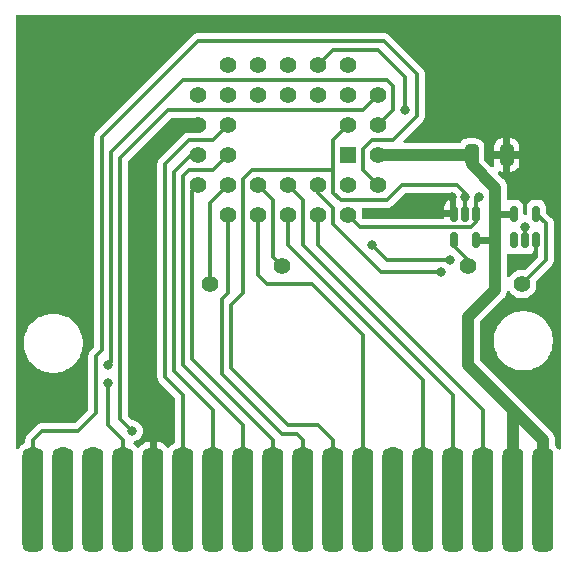
<source format=gbr>
%TF.GenerationSoftware,KiCad,Pcbnew,(6.0.5-71-gf89d5f9949)*%
%TF.CreationDate,2022-07-15T15:52:26+02:00*%
%TF.ProjectId,Vectorblade_PLCC32_THT,56656374-6f72-4626-9c61-64655f504c43,rev?*%
%TF.SameCoordinates,Original*%
%TF.FileFunction,Copper,L1,Top*%
%TF.FilePolarity,Positive*%
%FSLAX46Y46*%
G04 Gerber Fmt 4.6, Leading zero omitted, Abs format (unit mm)*
G04 Created by KiCad (PCBNEW (6.0.5-71-gf89d5f9949)) date 2022-07-15 15:52:26*
%MOMM*%
%LPD*%
G01*
G04 APERTURE LIST*
G04 Aperture macros list*
%AMRoundRect*
0 Rectangle with rounded corners*
0 $1 Rounding radius*
0 $2 $3 $4 $5 $6 $7 $8 $9 X,Y pos of 4 corners*
0 Add a 4 corners polygon primitive as box body*
4,1,4,$2,$3,$4,$5,$6,$7,$8,$9,$2,$3,0*
0 Add four circle primitives for the rounded corners*
1,1,$1+$1,$2,$3*
1,1,$1+$1,$4,$5*
1,1,$1+$1,$6,$7*
1,1,$1+$1,$8,$9*
0 Add four rect primitives between the rounded corners*
20,1,$1+$1,$2,$3,$4,$5,0*
20,1,$1+$1,$4,$5,$6,$7,0*
20,1,$1+$1,$6,$7,$8,$9,0*
20,1,$1+$1,$8,$9,$2,$3,0*%
G04 Aperture macros list end*
%TA.AperFunction,ComponentPad*%
%ADD10C,1.422400*%
%TD*%
%TA.AperFunction,ComponentPad*%
%ADD11R,1.422400X1.422400*%
%TD*%
%TA.AperFunction,SMDPad,CuDef*%
%ADD12RoundRect,0.666750X-0.222250X-3.778250X0.222250X-3.778250X0.222250X3.778250X-0.222250X3.778250X0*%
%TD*%
%TA.AperFunction,SMDPad,CuDef*%
%ADD13RoundRect,0.150000X0.150000X-0.512500X0.150000X0.512500X-0.150000X0.512500X-0.150000X-0.512500X0*%
%TD*%
%TA.AperFunction,SMDPad,CuDef*%
%ADD14RoundRect,0.150000X-0.150000X0.512500X-0.150000X-0.512500X0.150000X-0.512500X0.150000X0.512500X0*%
%TD*%
%TA.AperFunction,SMDPad,CuDef*%
%ADD15RoundRect,0.250000X-0.325000X-0.650000X0.325000X-0.650000X0.325000X0.650000X-0.325000X0.650000X0*%
%TD*%
%TA.AperFunction,ViaPad*%
%ADD16C,0.800000*%
%TD*%
%TA.AperFunction,Conductor*%
%ADD17C,0.300000*%
%TD*%
%TA.AperFunction,Conductor*%
%ADD18C,1.240000*%
%TD*%
%TA.AperFunction,Conductor*%
%ADD19C,1.000000*%
%TD*%
%TA.AperFunction,Conductor*%
%ADD20C,0.600000*%
%TD*%
G04 APERTURE END LIST*
D10*
%TO.P,,22,CE*%
%TO.N,Net-(U1-Pad22)*%
X150876000Y-96012000D03*
%TD*%
D11*
%TO.P,U1,1,NC*%
%TO.N,unconnected-(U1-Pad1)*%
X162560000Y-85090000D03*
D10*
%TO.P,U1,2,A16*%
%TO.N,/PB6*%
X165100000Y-82550000D03*
%TO.P,U1,3,A15*%
%TO.N,/V-CE*%
X162560000Y-82550000D03*
%TO.P,U1,4,A12*%
%TO.N,/V-A12*%
X165100000Y-80010000D03*
%TO.P,U1,5,A7*%
%TO.N,/V-A7*%
X162560000Y-77470000D03*
%TO.P,U1,6,A6*%
%TO.N,/V-A6*%
X162560000Y-80010000D03*
%TO.P,U1,7,A5*%
%TO.N,/V-A5*%
X160020000Y-77470000D03*
%TO.P,U1,8,A4*%
%TO.N,/V-A4*%
X160020000Y-80010000D03*
%TO.P,U1,9,A3*%
%TO.N,/V-A3*%
X157480000Y-77470000D03*
%TO.P,U1,10,A2*%
%TO.N,/V-A2*%
X157480000Y-80010000D03*
%TO.P,U1,11,A1*%
%TO.N,/V-A1*%
X154940000Y-77470000D03*
%TO.P,U1,12,A0*%
%TO.N,/V-A0*%
X154940000Y-80010000D03*
%TO.P,U1,13,D0*%
%TO.N,/V-D0*%
X152400000Y-77470000D03*
%TO.P,U1,14,D1*%
%TO.N,/V-D1*%
X149860000Y-80010000D03*
%TO.P,U1,15,D2*%
%TO.N,/V-D2*%
X152400000Y-80010000D03*
%TO.P,U1,16,GND*%
%TO.N,GND*%
X149860000Y-82550000D03*
%TO.P,U1,17,D3*%
%TO.N,/V-D3*%
X152400000Y-82550000D03*
%TO.P,U1,18,D4*%
%TO.N,/V-D4*%
X149860000Y-85090000D03*
%TO.P,U1,19,D5*%
%TO.N,/V-D5*%
X152400000Y-85090000D03*
%TO.P,U1,20,D6*%
%TO.N,/V-D6*%
X149860000Y-87630000D03*
%TO.P,U1,21,D7*%
%TO.N,/V-D7*%
X152400000Y-90170000D03*
%TO.P,U1,22,CE*%
%TO.N,Net-(U1-Pad22)*%
X152400000Y-87630000D03*
%TO.P,U1,23,A10*%
%TO.N,/V-A10*%
X154940000Y-90170000D03*
%TO.P,U1,24,OE*%
%TO.N,Net-(U1-Pad24)*%
X154940000Y-87630000D03*
%TO.P,U1,25,A11*%
%TO.N,/V-A11*%
X157480000Y-90170000D03*
%TO.P,U1,26,A9*%
%TO.N,/V-A9*%
X157480000Y-87630000D03*
%TO.P,U1,27,A8*%
%TO.N,/V-A8*%
X160020000Y-90170000D03*
%TO.P,U1,28,A13*%
%TO.N,/V-A13*%
X160020000Y-87630000D03*
%TO.P,U1,29,A14*%
%TO.N,/V-A14*%
X162560000Y-90170000D03*
%TO.P,U1,30,A17*%
%TO.N,/IRQ*%
X165100000Y-87630000D03*
%TO.P,U1,31,PGM*%
%TO.N,/V-RW*%
X162560000Y-87630000D03*
%TO.P,U1,32,VCC*%
%TO.N,+5V*%
X165100000Y-85090000D03*
%TD*%
D12*
%TO.P,CON3,2,VCC*%
%TO.N,+5V*%
X179070000Y-114300000D03*
%TO.P,CON3,4,VCC2*%
X176530000Y-114300000D03*
%TO.P,CON3,6,A8*%
%TO.N,/V-A8*%
X173990000Y-114300000D03*
%TO.P,CON3,8,A9*%
%TO.N,/V-A9*%
X171450000Y-114300000D03*
%TO.P,CON3,10,A11*%
%TO.N,/V-A11*%
X168910000Y-114300000D03*
%TO.P,CON3,12,OE*%
%TO.N,unconnected-(CON3-Pad12)*%
X166370000Y-114300000D03*
%TO.P,CON3,14,A10*%
%TO.N,/V-A10*%
X163830000Y-114300000D03*
%TO.P,CON3,16,CE*%
%TO.N,/V-CE*%
X161290000Y-114300000D03*
%TO.P,CON3,18,D7*%
%TO.N,/V-D7*%
X158750000Y-114300000D03*
%TO.P,CON3,20,D6*%
%TO.N,/V-D6*%
X156210000Y-114300000D03*
%TO.P,CON3,22,D5*%
%TO.N,/V-D5*%
X153670000Y-114300000D03*
%TO.P,CON3,24,D4*%
%TO.N,/V-D4*%
X151130000Y-114300000D03*
%TO.P,CON3,26,D3*%
%TO.N,/V-D3*%
X148590000Y-114300000D03*
%TO.P,CON3,28,GND2*%
%TO.N,GND*%
X146050000Y-114300000D03*
%TO.P,CON3,30,RW*%
%TO.N,/V-RW*%
X143510000Y-114300000D03*
%TO.P,CON3,32,CART*%
%TO.N,unconnected-(CON3-Pad32)*%
X140970000Y-114300000D03*
%TO.P,CON3,34,NMI*%
%TO.N,unconnected-(CON3-Pad34)*%
X138430000Y-114300000D03*
%TO.P,CON3,36,IRQ*%
%TO.N,/IRQ*%
X135890000Y-114300000D03*
%TD*%
D10*
%TO.P,,22,CE*%
%TO.N,Net-(U1-Pad22)*%
X177292000Y-96012000D03*
%TD*%
D13*
%TO.P,U2,1*%
%TO.N,N/C*%
X176596000Y-92323500D03*
%TO.P,U2,2*%
%TO.N,/V-RW*%
X177546000Y-92323500D03*
%TO.P,U2,3,GND*%
%TO.N,GND*%
X178496000Y-92323500D03*
%TO.P,U2,4*%
%TO.N,Net-(U1-Pad22)*%
X178496000Y-90048500D03*
%TO.P,U2,5,VCC*%
%TO.N,+5V*%
X176596000Y-90048500D03*
%TD*%
D14*
%TO.P,U3,1*%
%TO.N,/V-A14*%
X173416000Y-90048500D03*
%TO.P,U3,2*%
%TO.N,/V-CE*%
X172466000Y-90048500D03*
%TO.P,U3,3,GND*%
%TO.N,GND*%
X171516000Y-90048500D03*
%TO.P,U3,4*%
%TO.N,Net-(U1-Pad24)*%
X171516000Y-92323500D03*
%TO.P,U3,5,VCC*%
%TO.N,+5V*%
X173416000Y-92323500D03*
%TD*%
D15*
%TO.P,C1,1,1*%
%TO.N,+5V*%
X173023000Y-85090000D03*
%TO.P,C1,2,2*%
%TO.N,GND*%
X175973000Y-85090000D03*
%TD*%
D10*
%TO.P,,24,OE*%
%TO.N,Net-(U1-Pad24)*%
X156972000Y-94488000D03*
%TD*%
%TO.P,,24,OE*%
%TO.N,Net-(U1-Pad24)*%
X172720000Y-94488000D03*
%TD*%
D16*
%TO.N,GND*%
X135890000Y-104775000D03*
X175260000Y-82804000D03*
X146050000Y-107188000D03*
X171323000Y-88667977D03*
X147320000Y-105918000D03*
X144780000Y-97536000D03*
X135890000Y-97155000D03*
X177546000Y-94234000D03*
X168656000Y-76962000D03*
X147320000Y-108458000D03*
X144780000Y-94742000D03*
X135890000Y-74930000D03*
X144780000Y-85852000D03*
X171958000Y-81026000D03*
X178816000Y-86995000D03*
X179070000Y-97155000D03*
X179070000Y-74930000D03*
X146050000Y-108458000D03*
X144780000Y-91694000D03*
X171958000Y-83058000D03*
X176403000Y-94234000D03*
X147320000Y-107188000D03*
X176403000Y-86995000D03*
X144780000Y-88900000D03*
X146050000Y-105918000D03*
X144780000Y-100330000D03*
X179070000Y-104775000D03*
%TO.N,/V-A5*%
X167386000Y-81280000D03*
%TO.N,/V-CE*%
X172466000Y-88646000D03*
%TO.N,/V-A12*%
X144272000Y-108458000D03*
%TO.N,/V-A13*%
X170434000Y-94996000D03*
%TO.N,/V-A14*%
X173609000Y-88630536D03*
%TO.N,/V-RW*%
X177546000Y-91186000D03*
X171196000Y-93980000D03*
X164592000Y-92710000D03*
X142240000Y-104394000D03*
%TO.N,/PB6*%
X142240000Y-102870000D03*
%TD*%
D17*
%TO.N,GND*%
X177546000Y-94234000D02*
X178496000Y-93284000D01*
X171323000Y-88667977D02*
X171516000Y-88860977D01*
D18*
X149860000Y-82550000D02*
X148336000Y-82550000D01*
D17*
X178496000Y-93284000D02*
X178496000Y-92323500D01*
X171516000Y-88860977D02*
X171516000Y-90048500D01*
D19*
%TO.N,+5V*%
X175006000Y-87852250D02*
X173023000Y-85869250D01*
X175006000Y-96520000D02*
X175006000Y-87852250D01*
D20*
X176596000Y-90048500D02*
X175006000Y-90048500D01*
D19*
X176530000Y-106680000D02*
X172720000Y-102870000D01*
X173023000Y-85090000D02*
X165100000Y-85090000D01*
X172720000Y-98806000D02*
X175006000Y-96520000D01*
X176530000Y-114300000D02*
X176530000Y-106680000D01*
X176530000Y-106680000D02*
X179070000Y-109220000D01*
X179070000Y-109220000D02*
X179070000Y-114300000D01*
D20*
X173416000Y-92323500D02*
X175006000Y-92323500D01*
D19*
X173023000Y-85869250D02*
X173023000Y-85090000D01*
X172720000Y-102870000D02*
X172720000Y-98806000D01*
D17*
%TO.N,/V-A8*%
X173990000Y-106680000D02*
X160020000Y-92710000D01*
X160020000Y-92710000D02*
X160020000Y-90170000D01*
X173990000Y-114300000D02*
X173990000Y-106680000D01*
%TO.N,/V-A5*%
X165100000Y-76200000D02*
X161290000Y-76200000D01*
X167386000Y-78486000D02*
X165100000Y-76200000D01*
X161290000Y-76200000D02*
X160020000Y-77470000D01*
X167386000Y-81280000D02*
X167386000Y-78486000D01*
%TO.N,/V-A9*%
X158750000Y-88900000D02*
X157480000Y-87630000D01*
X171450000Y-105410000D02*
X158750000Y-92710000D01*
X158750000Y-92710000D02*
X158750000Y-88900000D01*
X171450000Y-114300000D02*
X171450000Y-105410000D01*
%TO.N,/V-A11*%
X168910000Y-114300000D02*
X168910000Y-104140000D01*
X168910000Y-104140000D02*
X157480000Y-92710000D01*
X157480000Y-92710000D02*
X157480000Y-90170000D01*
%TO.N,/V-A10*%
X154940000Y-95250000D02*
X154940000Y-90170000D01*
X163830000Y-114300000D02*
X163830000Y-100330000D01*
X163830000Y-100330000D02*
X159512000Y-96012000D01*
X155702000Y-96012000D02*
X154940000Y-95250000D01*
X159512000Y-96012000D02*
X155702000Y-96012000D01*
%TO.N,/V-CE*%
X172466000Y-90048500D02*
X172466000Y-88646000D01*
X161290000Y-86360000D02*
X161290000Y-83820000D01*
X153670000Y-87122000D02*
X153670000Y-96774000D01*
X172466000Y-88296750D02*
X171799250Y-87630000D01*
X157480000Y-107950000D02*
X160020000Y-107950000D01*
X152654000Y-103124000D02*
X157480000Y-107950000D01*
X161290000Y-83820000D02*
X162560000Y-82550000D01*
X154432000Y-86360000D02*
X153670000Y-87122000D01*
X171799250Y-87630000D02*
X167132000Y-87630000D01*
X153670000Y-96774000D02*
X152654000Y-97790000D01*
X160020000Y-107950000D02*
X161290000Y-109220000D01*
X172466000Y-88646000D02*
X172466000Y-88296750D01*
X165862000Y-88900000D02*
X161925000Y-88900000D01*
X161290000Y-109220000D02*
X161290000Y-114300000D01*
X152654000Y-97790000D02*
X152654000Y-103124000D01*
X167132000Y-87630000D02*
X165862000Y-88900000D01*
X161290000Y-86360000D02*
X154432000Y-86360000D01*
X161925000Y-88900000D02*
X161290000Y-88265000D01*
X161290000Y-88265000D02*
X161290000Y-86360000D01*
%TO.N,/V-D7*%
X158233520Y-108712000D02*
X156972000Y-108712000D01*
X158750000Y-109228480D02*
X158233520Y-108712000D01*
X151892000Y-97282000D02*
X152400000Y-96774000D01*
X151892000Y-103632000D02*
X151892000Y-97282000D01*
X158750000Y-114300000D02*
X158750000Y-109228480D01*
X152400000Y-96774000D02*
X152400000Y-90170000D01*
X156972000Y-108712000D02*
X151892000Y-103632000D01*
%TO.N,/V-D6*%
X149352000Y-88138000D02*
X149352000Y-102362000D01*
X149352000Y-102362000D02*
X156210000Y-109220000D01*
X156210000Y-109220000D02*
X156210000Y-114300000D01*
X149860000Y-87630000D02*
X149352000Y-88138000D01*
%TO.N,/V-D5*%
X149098000Y-86360000D02*
X151130000Y-86360000D01*
X151130000Y-86360000D02*
X152400000Y-85090000D01*
X153670000Y-107950000D02*
X148590000Y-102870000D01*
X153670000Y-114300000D02*
X153670000Y-107950000D01*
X148590000Y-102870000D02*
X148590000Y-86868000D01*
X148590000Y-86868000D02*
X149098000Y-86360000D01*
%TO.N,/V-D4*%
X147828000Y-103378000D02*
X147828000Y-86487000D01*
X147828000Y-86487000D02*
X149225000Y-85090000D01*
X151130000Y-114300000D02*
X151130000Y-106680000D01*
X151130000Y-106680000D02*
X147828000Y-103378000D01*
X149225000Y-85090000D02*
X149860000Y-85090000D01*
%TO.N,/V-D3*%
X147066000Y-85852000D02*
X149098000Y-83820000D01*
X149098000Y-83820000D02*
X151130000Y-83820000D01*
X148590000Y-114300000D02*
X148590000Y-105410000D01*
X151130000Y-83820000D02*
X152400000Y-82550000D01*
X147066000Y-103886000D02*
X147066000Y-85852000D01*
X148590000Y-105410000D02*
X147066000Y-103886000D01*
%TO.N,/V-A12*%
X143256000Y-107442000D02*
X143256000Y-85344000D01*
X163830000Y-81280000D02*
X165100000Y-80010000D01*
X144272000Y-108458000D02*
X143256000Y-107442000D01*
X143256000Y-85344000D02*
X147320000Y-81280000D01*
X147320000Y-81280000D02*
X163830000Y-81280000D01*
%TO.N,/V-A13*%
X161290000Y-89535000D02*
X160020000Y-88265000D01*
X170434000Y-94996000D02*
X165354000Y-94996000D01*
X165354000Y-94996000D02*
X161290000Y-90932000D01*
X161290000Y-90932000D02*
X161290000Y-89535000D01*
X160020000Y-88265000D02*
X160020000Y-87630000D01*
%TO.N,/V-A14*%
X163576000Y-91186000D02*
X162560000Y-90170000D01*
X173416000Y-90744000D02*
X172974000Y-91186000D01*
X173416000Y-90048500D02*
X173416000Y-90744000D01*
X173609000Y-88630536D02*
X173416000Y-88823536D01*
X173416000Y-88823536D02*
X173416000Y-90048500D01*
X172974000Y-91186000D02*
X163576000Y-91186000D01*
%TO.N,/V-RW*%
X164592000Y-92710000D02*
X165862000Y-93980000D01*
X143510000Y-109220000D02*
X143510000Y-114300000D01*
X177546000Y-91186000D02*
X177546000Y-92323500D01*
X165862000Y-93980000D02*
X171196000Y-93980000D01*
X142240000Y-104394000D02*
X142240000Y-107950000D01*
X142240000Y-107950000D02*
X143510000Y-109220000D01*
%TO.N,/PB6*%
X142494000Y-84836000D02*
X148590000Y-78740000D01*
X142494000Y-102616000D02*
X142494000Y-84836000D01*
X165862000Y-78740000D02*
X166370000Y-79248000D01*
X148590000Y-78740000D02*
X165862000Y-78740000D01*
X166370000Y-79248000D02*
X166370000Y-81280000D01*
X166370000Y-81280000D02*
X165100000Y-82550000D01*
X142240000Y-102870000D02*
X142494000Y-102616000D01*
%TO.N,/IRQ*%
X141732000Y-83566000D02*
X141732000Y-101578015D01*
X168402000Y-81788000D02*
X168402000Y-78232000D01*
X165608000Y-75438000D02*
X149860000Y-75438000D01*
X141224000Y-106934000D02*
X139700000Y-108458000D01*
X141732000Y-101578015D02*
X141224000Y-102086015D01*
X165100000Y-87630000D02*
X163830000Y-86360000D01*
X136652000Y-108458000D02*
X135890000Y-109220000D01*
X163830000Y-84582000D02*
X164592000Y-83820000D01*
X139700000Y-108458000D02*
X136652000Y-108458000D01*
X149860000Y-75438000D02*
X141732000Y-83566000D01*
X166370000Y-83820000D02*
X168402000Y-81788000D01*
X135890000Y-109220000D02*
X135890000Y-114300000D01*
X141224000Y-102086015D02*
X141224000Y-106934000D01*
X163830000Y-86360000D02*
X163830000Y-84582000D01*
X168402000Y-78232000D02*
X165608000Y-75438000D01*
X164592000Y-83820000D02*
X166370000Y-83820000D01*
%TO.N,Net-(U1-Pad22)*%
X179324000Y-93980000D02*
X179324000Y-90876500D01*
X150876000Y-89154000D02*
X150876000Y-96012000D01*
X177292000Y-96012000D02*
X179324000Y-93980000D01*
X152400000Y-87630000D02*
X150876000Y-89154000D01*
X179324000Y-90876500D02*
X178496000Y-90048500D01*
%TO.N,Net-(U1-Pad24)*%
X156210000Y-88900000D02*
X156210000Y-93726000D01*
X154940000Y-87630000D02*
X156210000Y-88900000D01*
X171516000Y-92776000D02*
X172720000Y-93980000D01*
X172720000Y-93980000D02*
X172720000Y-94488000D01*
X171516000Y-92323500D02*
X171516000Y-92776000D01*
X156210000Y-93726000D02*
X157226000Y-94742000D01*
%TD*%
%TA.AperFunction,Conductor*%
%TO.N,GND*%
G36*
X148645388Y-81950462D02*
G01*
X148699926Y-82005000D01*
X148719888Y-82079500D01*
X148710901Y-82130463D01*
X148708268Y-82137696D01*
X148656418Y-82331201D01*
X148654169Y-82343955D01*
X148636710Y-82543519D01*
X148636710Y-82556481D01*
X148654169Y-82756045D01*
X148656418Y-82768799D01*
X148708268Y-82962303D01*
X148712699Y-82974477D01*
X148771704Y-83101013D01*
X148785097Y-83176969D01*
X148758718Y-83249446D01*
X148712513Y-83292233D01*
X148704205Y-83297146D01*
X148704202Y-83297148D01*
X148696135Y-83301919D01*
X148682520Y-83315534D01*
X148664741Y-83330719D01*
X148656745Y-83336528D01*
X148656743Y-83336530D01*
X148649163Y-83342037D01*
X148628310Y-83367244D01*
X148620815Y-83376304D01*
X148611367Y-83386687D01*
X146662701Y-85335353D01*
X146654879Y-85342471D01*
X146648060Y-85346798D01*
X146641643Y-85353632D01*
X146641640Y-85353634D01*
X146600428Y-85397521D01*
X146597171Y-85400883D01*
X146577089Y-85420965D01*
X146574223Y-85424659D01*
X146571352Y-85427916D01*
X146565995Y-85434188D01*
X146535552Y-85466607D01*
X146526274Y-85483485D01*
X146513443Y-85503017D01*
X146501638Y-85518236D01*
X146497914Y-85526841D01*
X146497912Y-85526845D01*
X146483977Y-85559049D01*
X146477805Y-85571648D01*
X146456373Y-85610632D01*
X146454042Y-85619711D01*
X146451583Y-85629288D01*
X146444011Y-85651406D01*
X146436365Y-85669074D01*
X146434899Y-85678330D01*
X146434898Y-85678333D01*
X146429409Y-85712990D01*
X146426563Y-85726734D01*
X146419142Y-85755639D01*
X146415500Y-85769823D01*
X146415500Y-85789079D01*
X146413665Y-85812389D01*
X146413141Y-85815700D01*
X146410653Y-85831405D01*
X146411535Y-85840734D01*
X146414839Y-85875686D01*
X146415500Y-85889709D01*
X146415500Y-103805846D01*
X146415002Y-103816414D01*
X146413240Y-103824296D01*
X146413535Y-103833668D01*
X146415426Y-103893849D01*
X146415500Y-103898530D01*
X146415500Y-103926925D01*
X146416085Y-103931558D01*
X146416357Y-103935884D01*
X146417006Y-103944125D01*
X146418403Y-103988569D01*
X146421018Y-103997568D01*
X146423774Y-104007054D01*
X146428516Y-104029953D01*
X146430929Y-104049058D01*
X146434380Y-104057774D01*
X146447302Y-104090410D01*
X146451850Y-104103693D01*
X146464256Y-104146398D01*
X146469028Y-104154467D01*
X146474059Y-104162974D01*
X146484342Y-104183963D01*
X146491432Y-104201871D01*
X146517575Y-104237854D01*
X146525275Y-104249576D01*
X146547919Y-104287865D01*
X146561534Y-104301480D01*
X146576719Y-104319259D01*
X146588037Y-104334837D01*
X146622179Y-104363081D01*
X146622304Y-104363185D01*
X146632687Y-104372633D01*
X147895859Y-105635805D01*
X147934423Y-105702600D01*
X147939500Y-105741164D01*
X147939500Y-109337895D01*
X147919538Y-109412395D01*
X147865000Y-109466933D01*
X147851227Y-109473958D01*
X147794071Y-109499466D01*
X147738422Y-109537784D01*
X147623002Y-109617258D01*
X147622998Y-109617261D01*
X147617381Y-109621129D01*
X147612562Y-109625957D01*
X147612559Y-109625959D01*
X147589335Y-109649224D01*
X147465821Y-109772954D01*
X147461960Y-109778582D01*
X147461956Y-109778587D01*
X147447344Y-109799888D01*
X147388738Y-109850030D01*
X147312914Y-109864151D01*
X147240188Y-109838468D01*
X147201756Y-109800103D01*
X147182531Y-109772183D01*
X147173828Y-109761737D01*
X147030691Y-109618851D01*
X147020224Y-109610161D01*
X146853449Y-109495753D01*
X146841579Y-109489119D01*
X146656749Y-109407021D01*
X146643860Y-109402658D01*
X146446432Y-109355443D01*
X146434458Y-109353594D01*
X146369567Y-109348943D01*
X146353838Y-109351972D01*
X146350000Y-109363054D01*
X146350000Y-110744000D01*
X145750000Y-110744000D01*
X145750000Y-109367168D01*
X145745855Y-109351697D01*
X145734591Y-109348679D01*
X145663511Y-109353880D01*
X145651525Y-109355750D01*
X145454186Y-109403309D01*
X145441307Y-109407693D01*
X145256625Y-109490112D01*
X145244758Y-109496772D01*
X145078180Y-109611471D01*
X145067737Y-109620172D01*
X144924851Y-109763309D01*
X144916159Y-109773779D01*
X144898241Y-109799897D01*
X144839636Y-109850038D01*
X144763812Y-109864159D01*
X144691085Y-109838475D01*
X144652653Y-109800110D01*
X144636742Y-109777003D01*
X144636741Y-109777002D01*
X144632871Y-109771381D01*
X144623211Y-109761737D01*
X144541720Y-109680389D01*
X144481046Y-109619821D01*
X144449488Y-109598172D01*
X144399346Y-109539567D01*
X144385225Y-109463742D01*
X144410908Y-109391016D01*
X144469513Y-109340874D01*
X144502799Y-109329560D01*
X144544161Y-109320769D01*
X144544167Y-109320767D01*
X144551803Y-109319144D01*
X144724730Y-109242151D01*
X144806145Y-109183000D01*
X144871551Y-109135480D01*
X144871553Y-109135479D01*
X144877871Y-109130888D01*
X144941930Y-109059744D01*
X144999307Y-108996021D01*
X144999311Y-108996016D01*
X145004533Y-108990216D01*
X145009939Y-108980854D01*
X145059595Y-108894845D01*
X145099179Y-108826284D01*
X145139122Y-108703353D01*
X145155259Y-108653689D01*
X145155259Y-108653688D01*
X145157674Y-108646256D01*
X145159874Y-108625329D01*
X145176644Y-108465764D01*
X145177460Y-108458000D01*
X145161048Y-108301843D01*
X145158491Y-108277514D01*
X145158490Y-108277511D01*
X145157674Y-108269744D01*
X145099179Y-108089716D01*
X145032675Y-107974528D01*
X145008438Y-107932547D01*
X145008436Y-107932544D01*
X145004533Y-107925784D01*
X144999311Y-107919984D01*
X144999307Y-107919979D01*
X144915028Y-107826379D01*
X144877871Y-107785112D01*
X144724730Y-107673849D01*
X144551803Y-107596856D01*
X144544167Y-107595233D01*
X144544164Y-107595232D01*
X144374287Y-107559124D01*
X144374286Y-107559124D01*
X144366646Y-107557500D01*
X144353164Y-107557500D01*
X144278664Y-107537538D01*
X144247805Y-107513859D01*
X143950141Y-107216195D01*
X143911577Y-107149400D01*
X143906500Y-107110836D01*
X143906500Y-85675164D01*
X143926462Y-85600664D01*
X143950141Y-85569805D01*
X147545805Y-81974141D01*
X147612600Y-81935577D01*
X147651164Y-81930500D01*
X148570888Y-81930500D01*
X148645388Y-81950462D01*
G37*
%TD.AperFunction*%
%TA.AperFunction,Conductor*%
G36*
X180523000Y-73246062D02*
G01*
X180577538Y-73300600D01*
X180597500Y-73375100D01*
X180597500Y-109883608D01*
X180577538Y-109958108D01*
X180523000Y-110012646D01*
X180448500Y-110032608D01*
X180374000Y-110012646D01*
X180318561Y-109956524D01*
X180317317Y-109954308D01*
X180314534Y-109948071D01*
X180256755Y-109864159D01*
X180196742Y-109777002D01*
X180196739Y-109776998D01*
X180192871Y-109771381D01*
X180184785Y-109763309D01*
X180114234Y-109692881D01*
X180075611Y-109626120D01*
X180070500Y-109587430D01*
X180070500Y-109236467D01*
X180070558Y-109232307D01*
X180072748Y-109153895D01*
X180072959Y-109146347D01*
X180066272Y-109108425D01*
X180062632Y-109087778D01*
X180061131Y-109076962D01*
X180057780Y-109043973D01*
X180055120Y-109017784D01*
X180052863Y-109010581D01*
X180046956Y-108991730D01*
X180042402Y-108973049D01*
X180041768Y-108969451D01*
X180037664Y-108946178D01*
X180015773Y-108890887D01*
X180012128Y-108880595D01*
X179996594Y-108831027D01*
X179994338Y-108823828D01*
X179981100Y-108799945D01*
X179972888Y-108782572D01*
X179962840Y-108757195D01*
X179930281Y-108707438D01*
X179924641Y-108698091D01*
X179900028Y-108653689D01*
X179895797Y-108646056D01*
X179890888Y-108640328D01*
X179890882Y-108640320D01*
X179878033Y-108625329D01*
X179866488Y-108609953D01*
X179854683Y-108591914D01*
X179851544Y-108587117D01*
X179847082Y-108582162D01*
X179808801Y-108543881D01*
X179801028Y-108535487D01*
X179768435Y-108497460D01*
X179763523Y-108491729D01*
X179740289Y-108473707D01*
X179726253Y-108461333D01*
X177307092Y-106042172D01*
X177307083Y-106042162D01*
X177268795Y-106003874D01*
X177261022Y-105995480D01*
X177228435Y-105957460D01*
X177223523Y-105951729D01*
X177200293Y-105933710D01*
X177186257Y-105921336D01*
X175502764Y-104237843D01*
X173764141Y-102499221D01*
X173725577Y-102432426D01*
X173720500Y-102393862D01*
X173720500Y-100982918D01*
X174897500Y-100982918D01*
X174936934Y-101295073D01*
X174938097Y-101299602D01*
X175010300Y-101580813D01*
X175015181Y-101599825D01*
X175131006Y-101892366D01*
X175133255Y-101896458D01*
X175133257Y-101896461D01*
X175161044Y-101947005D01*
X175282584Y-102168084D01*
X175285329Y-102171863D01*
X175285334Y-102171870D01*
X175348734Y-102259132D01*
X175467522Y-102422630D01*
X175470725Y-102426041D01*
X175470726Y-102426042D01*
X175651781Y-102618845D01*
X175682906Y-102651990D01*
X175686517Y-102654978D01*
X175686521Y-102654981D01*
X175921728Y-102849562D01*
X175921734Y-102849567D01*
X175925337Y-102852547D01*
X175929281Y-102855050D01*
X175929288Y-102855055D01*
X176068897Y-102943653D01*
X176190993Y-103021137D01*
X176239556Y-103043989D01*
X176471438Y-103153105D01*
X176471445Y-103153108D01*
X176475685Y-103155103D01*
X176774921Y-103252331D01*
X176779517Y-103253208D01*
X176779522Y-103253209D01*
X177045418Y-103303931D01*
X177083985Y-103311288D01*
X177088646Y-103311581D01*
X177088652Y-103311582D01*
X177295715Y-103324609D01*
X177319417Y-103326100D01*
X177476583Y-103326100D01*
X177500285Y-103324609D01*
X177707348Y-103311582D01*
X177707354Y-103311581D01*
X177712015Y-103311288D01*
X177750582Y-103303931D01*
X178016478Y-103253209D01*
X178016483Y-103253208D01*
X178021079Y-103252331D01*
X178320315Y-103155103D01*
X178324555Y-103153108D01*
X178324562Y-103153105D01*
X178556444Y-103043989D01*
X178605007Y-103021137D01*
X178727103Y-102943653D01*
X178866712Y-102855055D01*
X178866719Y-102855050D01*
X178870663Y-102852547D01*
X178874266Y-102849567D01*
X178874272Y-102849562D01*
X179109479Y-102654981D01*
X179109483Y-102654978D01*
X179113094Y-102651990D01*
X179144220Y-102618845D01*
X179325274Y-102426042D01*
X179325275Y-102426041D01*
X179328478Y-102422630D01*
X179447266Y-102259132D01*
X179510666Y-102171870D01*
X179510671Y-102171863D01*
X179513416Y-102168084D01*
X179634956Y-101947005D01*
X179662743Y-101896461D01*
X179662745Y-101896458D01*
X179664994Y-101892366D01*
X179780819Y-101599825D01*
X179785701Y-101580813D01*
X179857903Y-101299602D01*
X179859066Y-101295073D01*
X179898500Y-100982918D01*
X179898500Y-100668282D01*
X179859066Y-100356127D01*
X179780819Y-100051375D01*
X179664994Y-99758834D01*
X179623368Y-99683116D01*
X179515669Y-99487215D01*
X179513416Y-99483116D01*
X179510671Y-99479337D01*
X179510666Y-99479330D01*
X179331228Y-99232355D01*
X179328478Y-99228570D01*
X179320826Y-99220421D01*
X179116303Y-99002627D01*
X179116301Y-99002625D01*
X179113094Y-98999210D01*
X179109479Y-98996219D01*
X178874272Y-98801638D01*
X178874266Y-98801633D01*
X178870663Y-98798653D01*
X178866719Y-98796150D01*
X178866712Y-98796145D01*
X178608962Y-98632573D01*
X178605007Y-98630063D01*
X178467776Y-98565487D01*
X178324562Y-98498095D01*
X178324555Y-98498092D01*
X178320315Y-98496097D01*
X178021079Y-98398869D01*
X178016483Y-98397992D01*
X178016478Y-98397991D01*
X177716607Y-98340788D01*
X177712015Y-98339912D01*
X177707354Y-98339619D01*
X177707348Y-98339618D01*
X177500285Y-98326591D01*
X177476583Y-98325100D01*
X177319417Y-98325100D01*
X177295715Y-98326591D01*
X177088652Y-98339618D01*
X177088646Y-98339619D01*
X177083985Y-98339912D01*
X177079393Y-98340788D01*
X176779522Y-98397991D01*
X176779517Y-98397992D01*
X176774921Y-98398869D01*
X176475685Y-98496097D01*
X176471445Y-98498092D01*
X176471438Y-98498095D01*
X176328224Y-98565487D01*
X176190993Y-98630063D01*
X176187038Y-98632573D01*
X175929288Y-98796145D01*
X175929281Y-98796150D01*
X175925337Y-98798653D01*
X175921734Y-98801633D01*
X175921728Y-98801638D01*
X175686521Y-98996219D01*
X175682906Y-98999210D01*
X175679699Y-99002625D01*
X175679697Y-99002627D01*
X175475174Y-99220421D01*
X175467522Y-99228570D01*
X175464772Y-99232355D01*
X175285334Y-99479330D01*
X175285329Y-99479337D01*
X175282584Y-99483116D01*
X175280331Y-99487215D01*
X175172633Y-99683116D01*
X175131006Y-99758834D01*
X175015181Y-100051375D01*
X174936934Y-100356127D01*
X174897500Y-100668282D01*
X174897500Y-100982918D01*
X173720500Y-100982918D01*
X173720500Y-99282139D01*
X173740462Y-99207639D01*
X173764141Y-99176780D01*
X175701792Y-97239128D01*
X175704775Y-97236227D01*
X175761797Y-97182304D01*
X175767280Y-97177119D01*
X175801402Y-97128388D01*
X175807989Y-97119679D01*
X175840801Y-97079448D01*
X175845573Y-97073597D01*
X175852418Y-97060504D01*
X175858221Y-97049405D01*
X175868208Y-97032979D01*
X175874789Y-97023580D01*
X175883863Y-97010621D01*
X175886860Y-97003695D01*
X175886863Y-97003690D01*
X175907485Y-96956035D01*
X175912186Y-96946179D01*
X175936245Y-96900159D01*
X175936248Y-96900152D01*
X175939741Y-96893470D01*
X175941822Y-96886213D01*
X175947264Y-96867236D01*
X175953747Y-96849129D01*
X175961588Y-96831010D01*
X175961590Y-96831005D01*
X175964586Y-96824081D01*
X175966774Y-96813611D01*
X175976750Y-96765856D01*
X175979373Y-96755257D01*
X175995766Y-96698087D01*
X175998540Y-96698883D01*
X176025383Y-96641806D01*
X176088707Y-96597774D01*
X176165563Y-96591303D01*
X176235358Y-96624127D01*
X176261263Y-96652491D01*
X176356504Y-96788508D01*
X176356509Y-96788514D01*
X176360239Y-96793841D01*
X176510159Y-96943761D01*
X176520526Y-96951020D01*
X176678504Y-97061638D01*
X176678508Y-97061640D01*
X176683836Y-97065371D01*
X176875991Y-97154974D01*
X176882272Y-97156657D01*
X177074508Y-97208167D01*
X177074513Y-97208168D01*
X177080787Y-97209849D01*
X177087258Y-97210415D01*
X177087263Y-97210416D01*
X177285519Y-97227761D01*
X177292000Y-97228328D01*
X177298481Y-97227761D01*
X177496737Y-97210416D01*
X177496742Y-97210415D01*
X177503213Y-97209849D01*
X177509487Y-97208168D01*
X177509492Y-97208167D01*
X177701728Y-97156657D01*
X177708009Y-97154974D01*
X177900164Y-97065371D01*
X177905492Y-97061640D01*
X177905496Y-97061638D01*
X178063474Y-96951020D01*
X178073841Y-96943761D01*
X178223761Y-96793841D01*
X178290809Y-96698087D01*
X178341638Y-96625496D01*
X178341640Y-96625492D01*
X178345371Y-96620164D01*
X178434974Y-96428009D01*
X178489849Y-96223213D01*
X178499023Y-96118361D01*
X178507761Y-96018481D01*
X178508328Y-96012000D01*
X178490539Y-95808677D01*
X178503932Y-95732722D01*
X178533613Y-95690333D01*
X179727299Y-94496647D01*
X179735121Y-94489529D01*
X179741940Y-94485202D01*
X179748357Y-94478368D01*
X179748360Y-94478366D01*
X179789572Y-94434479D01*
X179792829Y-94431117D01*
X179812911Y-94411035D01*
X179815777Y-94407341D01*
X179818648Y-94404084D01*
X179824005Y-94397812D01*
X179848031Y-94372227D01*
X179848033Y-94372225D01*
X179854448Y-94365393D01*
X179863726Y-94348515D01*
X179876557Y-94328983D01*
X179888362Y-94313764D01*
X179892086Y-94305159D01*
X179892088Y-94305155D01*
X179906023Y-94272951D01*
X179912195Y-94260352D01*
X179933627Y-94221368D01*
X179938417Y-94202712D01*
X179945991Y-94180589D01*
X179948481Y-94174837D01*
X179953635Y-94162926D01*
X179955719Y-94149773D01*
X179960591Y-94119010D01*
X179963437Y-94105266D01*
X179972169Y-94071257D01*
X179972169Y-94071254D01*
X179974500Y-94062177D01*
X179974500Y-94042921D01*
X179976335Y-94019611D01*
X179977881Y-94009853D01*
X179977881Y-94009850D01*
X179979347Y-94000595D01*
X179975161Y-93956314D01*
X179974500Y-93942291D01*
X179974500Y-90956654D01*
X179974998Y-90946086D01*
X179976760Y-90938204D01*
X179974574Y-90868638D01*
X179974500Y-90863958D01*
X179974500Y-90835575D01*
X179973914Y-90830937D01*
X179973641Y-90826592D01*
X179972995Y-90818381D01*
X179971893Y-90783304D01*
X179971893Y-90783301D01*
X179971598Y-90773931D01*
X179966224Y-90755434D01*
X179961484Y-90732543D01*
X179960246Y-90722741D01*
X179960246Y-90722739D01*
X179959071Y-90713442D01*
X179955621Y-90704729D01*
X179955620Y-90704724D01*
X179942698Y-90672086D01*
X179938152Y-90658809D01*
X179936512Y-90653165D01*
X179925744Y-90616102D01*
X179915940Y-90599524D01*
X179905657Y-90578534D01*
X179902019Y-90569345D01*
X179898568Y-90560629D01*
X179872425Y-90524646D01*
X179864725Y-90512924D01*
X179846854Y-90482705D01*
X179846852Y-90482702D01*
X179842081Y-90474635D01*
X179828466Y-90461020D01*
X179813281Y-90443241D01*
X179807472Y-90435245D01*
X179807470Y-90435243D01*
X179801963Y-90427663D01*
X179767696Y-90399315D01*
X179757313Y-90389867D01*
X179340141Y-89972695D01*
X179301577Y-89905900D01*
X179296500Y-89867336D01*
X179296500Y-89470306D01*
X179293598Y-89433431D01*
X179285183Y-89404466D01*
X179250358Y-89284598D01*
X179250357Y-89284595D01*
X179247744Y-89275602D01*
X179210004Y-89211787D01*
X179168854Y-89142205D01*
X179168852Y-89142203D01*
X179164081Y-89134135D01*
X179047865Y-89017919D01*
X179039797Y-89013148D01*
X179039795Y-89013146D01*
X178914462Y-88939025D01*
X178906398Y-88934256D01*
X178897405Y-88931643D01*
X178897402Y-88931642D01*
X178755880Y-88890526D01*
X178755879Y-88890526D01*
X178748569Y-88888402D01*
X178711694Y-88885500D01*
X178280306Y-88885500D01*
X178243431Y-88888402D01*
X178236121Y-88890526D01*
X178236120Y-88890526D01*
X178094598Y-88931642D01*
X178094595Y-88931643D01*
X178085602Y-88934256D01*
X178077538Y-88939025D01*
X177952205Y-89013146D01*
X177952203Y-89013148D01*
X177944135Y-89017919D01*
X177827919Y-89134135D01*
X177823148Y-89142203D01*
X177823146Y-89142205D01*
X177781996Y-89211787D01*
X177744256Y-89275602D01*
X177741643Y-89284595D01*
X177741642Y-89284598D01*
X177706817Y-89404466D01*
X177698402Y-89433431D01*
X177695500Y-89470306D01*
X177695500Y-90007827D01*
X177675538Y-90082327D01*
X177621000Y-90136865D01*
X177546500Y-90156827D01*
X177472000Y-90136865D01*
X177417462Y-90082327D01*
X177398316Y-90023402D01*
X177397316Y-90013888D01*
X177396500Y-89998313D01*
X177396500Y-89470306D01*
X177393598Y-89433431D01*
X177385183Y-89404466D01*
X177350358Y-89284598D01*
X177350357Y-89284595D01*
X177347744Y-89275602D01*
X177310004Y-89211787D01*
X177268854Y-89142205D01*
X177268852Y-89142203D01*
X177264081Y-89134135D01*
X177147865Y-89017919D01*
X177139797Y-89013148D01*
X177139795Y-89013146D01*
X177014462Y-88939025D01*
X177006398Y-88934256D01*
X176997405Y-88931643D01*
X176997402Y-88931642D01*
X176855880Y-88890526D01*
X176855879Y-88890526D01*
X176848569Y-88888402D01*
X176811694Y-88885500D01*
X176380306Y-88885500D01*
X176343431Y-88888402D01*
X176336121Y-88890526D01*
X176336120Y-88890526D01*
X176197070Y-88930924D01*
X176119959Y-88932539D01*
X176052371Y-88895382D01*
X176012416Y-88829410D01*
X176006500Y-88787840D01*
X176006500Y-87868717D01*
X176006558Y-87864557D01*
X176007940Y-87815087D01*
X176008959Y-87778597D01*
X176005377Y-87758281D01*
X175998632Y-87720028D01*
X175997131Y-87709212D01*
X175991882Y-87657540D01*
X175991120Y-87650034D01*
X175984842Y-87630000D01*
X175982956Y-87623980D01*
X175978402Y-87605299D01*
X175974974Y-87585860D01*
X175973664Y-87578428D01*
X175951773Y-87523137D01*
X175948128Y-87512845D01*
X175932594Y-87463277D01*
X175930338Y-87456078D01*
X175917100Y-87432195D01*
X175908888Y-87414822D01*
X175898840Y-87389445D01*
X175866281Y-87339688D01*
X175860641Y-87330341D01*
X175831797Y-87278306D01*
X175826888Y-87272578D01*
X175826882Y-87272570D01*
X175814033Y-87257579D01*
X175802488Y-87242203D01*
X175790683Y-87224164D01*
X175787544Y-87219367D01*
X175783082Y-87214412D01*
X175744801Y-87176131D01*
X175737028Y-87167737D01*
X175731400Y-87161171D01*
X175699523Y-87123979D01*
X175676289Y-87105957D01*
X175662253Y-87093583D01*
X175283788Y-86715118D01*
X175245224Y-86648323D01*
X175245224Y-86571195D01*
X175283788Y-86504400D01*
X175350583Y-86465836D01*
X175427711Y-86465836D01*
X175436056Y-86468336D01*
X175485521Y-86484743D01*
X175501333Y-86488133D01*
X175593849Y-86497612D01*
X175601444Y-86498000D01*
X175653384Y-86498000D01*
X175668855Y-86493855D01*
X175673000Y-86478384D01*
X175673000Y-86478383D01*
X176273000Y-86478383D01*
X176277145Y-86493854D01*
X176292616Y-86497999D01*
X176344503Y-86497999D01*
X176352204Y-86497600D01*
X176445953Y-86487873D01*
X176461793Y-86484453D01*
X176613524Y-86433832D01*
X176629093Y-86426539D01*
X176764669Y-86342641D01*
X176778156Y-86331952D01*
X176890795Y-86219117D01*
X176901452Y-86205623D01*
X176985115Y-86069895D01*
X176992384Y-86054307D01*
X177042743Y-85902482D01*
X177046133Y-85886667D01*
X177055612Y-85794151D01*
X177056000Y-85786556D01*
X177056000Y-85409616D01*
X177051855Y-85394145D01*
X177036384Y-85390000D01*
X176292616Y-85390000D01*
X176277145Y-85394145D01*
X176273000Y-85409616D01*
X176273000Y-86478383D01*
X175673000Y-86478383D01*
X175673000Y-85409616D01*
X175668855Y-85394145D01*
X175653384Y-85390000D01*
X174909617Y-85390000D01*
X174894146Y-85394145D01*
X174890001Y-85409616D01*
X174890001Y-85786503D01*
X174890400Y-85794204D01*
X174900127Y-85887953D01*
X174903547Y-85903793D01*
X174919502Y-85951617D01*
X174924143Y-86028606D01*
X174889668Y-86097600D01*
X174825315Y-86140114D01*
X174748326Y-86144755D01*
X174679332Y-86110280D01*
X174672801Y-86104131D01*
X174142141Y-85573471D01*
X174103577Y-85506676D01*
X174098500Y-85468112D01*
X174098500Y-84770384D01*
X174890000Y-84770384D01*
X174894145Y-84785855D01*
X174909616Y-84790000D01*
X175653384Y-84790000D01*
X175668855Y-84785855D01*
X175673000Y-84770384D01*
X176273000Y-84770384D01*
X176277145Y-84785855D01*
X176292616Y-84790000D01*
X177036383Y-84790000D01*
X177051854Y-84785855D01*
X177055999Y-84770384D01*
X177055999Y-84393497D01*
X177055600Y-84385796D01*
X177045873Y-84292047D01*
X177042453Y-84276207D01*
X176991832Y-84124476D01*
X176984539Y-84108907D01*
X176900641Y-83973331D01*
X176889952Y-83959844D01*
X176777117Y-83847205D01*
X176763623Y-83836548D01*
X176627895Y-83752885D01*
X176612307Y-83745616D01*
X176460482Y-83695257D01*
X176444667Y-83691867D01*
X176352151Y-83682388D01*
X176344555Y-83682000D01*
X176292616Y-83682000D01*
X176277145Y-83686145D01*
X176273000Y-83701616D01*
X176273000Y-84770384D01*
X175673000Y-84770384D01*
X175673000Y-83701617D01*
X175668855Y-83686146D01*
X175653384Y-83682001D01*
X175601497Y-83682001D01*
X175593796Y-83682400D01*
X175500047Y-83692127D01*
X175484207Y-83695547D01*
X175332476Y-83746168D01*
X175316907Y-83753461D01*
X175181331Y-83837359D01*
X175167844Y-83848048D01*
X175055205Y-83960883D01*
X175044548Y-83974377D01*
X174960885Y-84110105D01*
X174953616Y-84125693D01*
X174903257Y-84277518D01*
X174899867Y-84293333D01*
X174890388Y-84385849D01*
X174890000Y-84393445D01*
X174890000Y-84770384D01*
X174098500Y-84770384D01*
X174098500Y-84390134D01*
X174098056Y-84385849D01*
X174088483Y-84293593D01*
X174088482Y-84293590D01*
X174087641Y-84285481D01*
X174085060Y-84277744D01*
X174034995Y-84127680D01*
X174034994Y-84127678D01*
X174032256Y-84119471D01*
X173940166Y-83970655D01*
X173934047Y-83964546D01*
X173934044Y-83964543D01*
X173822436Y-83853130D01*
X173822434Y-83853129D01*
X173816311Y-83847016D01*
X173721375Y-83788497D01*
X173674703Y-83759728D01*
X173674701Y-83759727D01*
X173667334Y-83755186D01*
X173659119Y-83752461D01*
X173508956Y-83702653D01*
X173508953Y-83702652D01*
X173501228Y-83700090D01*
X173493131Y-83699260D01*
X173493129Y-83699260D01*
X173401655Y-83689888D01*
X173401651Y-83689888D01*
X173397866Y-83689500D01*
X172648134Y-83689500D01*
X172644303Y-83689898D01*
X172644294Y-83689898D01*
X172551593Y-83699517D01*
X172551590Y-83699518D01*
X172543481Y-83700359D01*
X172535746Y-83702940D01*
X172535744Y-83702940D01*
X172385680Y-83753005D01*
X172385678Y-83753006D01*
X172377471Y-83755744D01*
X172228655Y-83847834D01*
X172222546Y-83853953D01*
X172222543Y-83853956D01*
X172111130Y-83965564D01*
X172105016Y-83971689D01*
X172100476Y-83979054D01*
X172100473Y-83979058D01*
X172076048Y-84018684D01*
X172019963Y-84071629D01*
X171949209Y-84089500D01*
X167380164Y-84089500D01*
X167305664Y-84069538D01*
X167251126Y-84015000D01*
X167231164Y-83940500D01*
X167251126Y-83866000D01*
X167274805Y-83835141D01*
X168805299Y-82304647D01*
X168813121Y-82297529D01*
X168819940Y-82293202D01*
X168826357Y-82286368D01*
X168826360Y-82286366D01*
X168867572Y-82242479D01*
X168870829Y-82239117D01*
X168890911Y-82219035D01*
X168893777Y-82215341D01*
X168896648Y-82212084D01*
X168902005Y-82205812D01*
X168926031Y-82180227D01*
X168926033Y-82180225D01*
X168932448Y-82173393D01*
X168941726Y-82156515D01*
X168954557Y-82136983D01*
X168966362Y-82121764D01*
X168970086Y-82113159D01*
X168970088Y-82113155D01*
X168984023Y-82080951D01*
X168990195Y-82068352D01*
X169011627Y-82029368D01*
X169016417Y-82010712D01*
X169023991Y-81988589D01*
X169024569Y-81987255D01*
X169031635Y-81970926D01*
X169033514Y-81959067D01*
X169038591Y-81927010D01*
X169041437Y-81913266D01*
X169050169Y-81879257D01*
X169050169Y-81879254D01*
X169052500Y-81870177D01*
X169052500Y-81850921D01*
X169054335Y-81827611D01*
X169055881Y-81817853D01*
X169055881Y-81817850D01*
X169057347Y-81808595D01*
X169053161Y-81764314D01*
X169052500Y-81750291D01*
X169052500Y-78312154D01*
X169052998Y-78301586D01*
X169054760Y-78293704D01*
X169052574Y-78224138D01*
X169052500Y-78219458D01*
X169052500Y-78191075D01*
X169051914Y-78186437D01*
X169051641Y-78182092D01*
X169050995Y-78173881D01*
X169049893Y-78138804D01*
X169049893Y-78138801D01*
X169049598Y-78129431D01*
X169044225Y-78110935D01*
X169039485Y-78088049D01*
X169038533Y-78080514D01*
X169037071Y-78068942D01*
X169033623Y-78060233D01*
X169033621Y-78060226D01*
X169020701Y-78027596D01*
X169016153Y-78014312D01*
X169006361Y-77980606D01*
X169006361Y-77980605D01*
X169003745Y-77971602D01*
X168993942Y-77955026D01*
X168983653Y-77934025D01*
X168976568Y-77916129D01*
X168950420Y-77880139D01*
X168942724Y-77868421D01*
X168924854Y-77838205D01*
X168924853Y-77838203D01*
X168920081Y-77830135D01*
X168906466Y-77816520D01*
X168891281Y-77798741D01*
X168885472Y-77790745D01*
X168885470Y-77790743D01*
X168879963Y-77783163D01*
X168845696Y-77754815D01*
X168835313Y-77745367D01*
X166124647Y-75034701D01*
X166117529Y-75026879D01*
X166113202Y-75020060D01*
X166106368Y-75013643D01*
X166106366Y-75013640D01*
X166062479Y-74972428D01*
X166059117Y-74969171D01*
X166039035Y-74949089D01*
X166035341Y-74946223D01*
X166032084Y-74943352D01*
X166025812Y-74937995D01*
X166000227Y-74913969D01*
X166000225Y-74913967D01*
X165993393Y-74907552D01*
X165976515Y-74898274D01*
X165956983Y-74885443D01*
X165941764Y-74873638D01*
X165933159Y-74869914D01*
X165933155Y-74869912D01*
X165900951Y-74855977D01*
X165888352Y-74849805D01*
X165849368Y-74828373D01*
X165839959Y-74825957D01*
X165830712Y-74823583D01*
X165808594Y-74816011D01*
X165790926Y-74808365D01*
X165781670Y-74806899D01*
X165781667Y-74806898D01*
X165747010Y-74801409D01*
X165733266Y-74798563D01*
X165699257Y-74789831D01*
X165699254Y-74789831D01*
X165690177Y-74787500D01*
X165670921Y-74787500D01*
X165647611Y-74785665D01*
X165637853Y-74784119D01*
X165637850Y-74784119D01*
X165628595Y-74782653D01*
X165596733Y-74785665D01*
X165584314Y-74786839D01*
X165570291Y-74787500D01*
X149940154Y-74787500D01*
X149929586Y-74787002D01*
X149921704Y-74785240D01*
X149854122Y-74787364D01*
X149852151Y-74787426D01*
X149847470Y-74787500D01*
X149819075Y-74787500D01*
X149814442Y-74788085D01*
X149810116Y-74788357D01*
X149801875Y-74789006D01*
X149795580Y-74789204D01*
X149766801Y-74790108D01*
X149766798Y-74790109D01*
X149757431Y-74790403D01*
X149738942Y-74795775D01*
X149716047Y-74800516D01*
X149712478Y-74800967D01*
X149706243Y-74801754D01*
X149706242Y-74801754D01*
X149696942Y-74802929D01*
X149688226Y-74806380D01*
X149655590Y-74819302D01*
X149642307Y-74823850D01*
X149599602Y-74836256D01*
X149591532Y-74841028D01*
X149591533Y-74841028D01*
X149583026Y-74846059D01*
X149562037Y-74856342D01*
X149544129Y-74863432D01*
X149508146Y-74889575D01*
X149496424Y-74897275D01*
X149466205Y-74915146D01*
X149466202Y-74915148D01*
X149458135Y-74919919D01*
X149444520Y-74933534D01*
X149426741Y-74948719D01*
X149418745Y-74954528D01*
X149418743Y-74954530D01*
X149411163Y-74960037D01*
X149382919Y-74994179D01*
X149382815Y-74994304D01*
X149373367Y-75004687D01*
X141328701Y-83049353D01*
X141320879Y-83056471D01*
X141314060Y-83060798D01*
X141307643Y-83067632D01*
X141307640Y-83067634D01*
X141266428Y-83111521D01*
X141263171Y-83114883D01*
X141243089Y-83134965D01*
X141240223Y-83138659D01*
X141237352Y-83141916D01*
X141231995Y-83148188D01*
X141228168Y-83152264D01*
X141201552Y-83180607D01*
X141192274Y-83197485D01*
X141179443Y-83217017D01*
X141167638Y-83232236D01*
X141163914Y-83240841D01*
X141163912Y-83240845D01*
X141149977Y-83273049D01*
X141143805Y-83285648D01*
X141122373Y-83324632D01*
X141120042Y-83333711D01*
X141117583Y-83343288D01*
X141110011Y-83365406D01*
X141102365Y-83383074D01*
X141100899Y-83392330D01*
X141100898Y-83392333D01*
X141095409Y-83426990D01*
X141092563Y-83440734D01*
X141087166Y-83461756D01*
X141081500Y-83483823D01*
X141081500Y-83503079D01*
X141079665Y-83526389D01*
X141076653Y-83545405D01*
X141077535Y-83554734D01*
X141080839Y-83589686D01*
X141081500Y-83603709D01*
X141081500Y-101246851D01*
X141061538Y-101321351D01*
X141037859Y-101352210D01*
X140820701Y-101569368D01*
X140812879Y-101576486D01*
X140806060Y-101580813D01*
X140799643Y-101587647D01*
X140799640Y-101587649D01*
X140758428Y-101631536D01*
X140755171Y-101634898D01*
X140735089Y-101654980D01*
X140732223Y-101658674D01*
X140729352Y-101661931D01*
X140723995Y-101668203D01*
X140693552Y-101700622D01*
X140684274Y-101717500D01*
X140671443Y-101737032D01*
X140659638Y-101752251D01*
X140655914Y-101760856D01*
X140655912Y-101760860D01*
X140641977Y-101793064D01*
X140635805Y-101805663D01*
X140614373Y-101844647D01*
X140612042Y-101853726D01*
X140609583Y-101863303D01*
X140602011Y-101885421D01*
X140594365Y-101903089D01*
X140592899Y-101912345D01*
X140592898Y-101912348D01*
X140587409Y-101947005D01*
X140584563Y-101960749D01*
X140573500Y-102003838D01*
X140573500Y-102023094D01*
X140571665Y-102046404D01*
X140568653Y-102065420D01*
X140569535Y-102074749D01*
X140572839Y-102109701D01*
X140573500Y-102123724D01*
X140573500Y-106602836D01*
X140553538Y-106677336D01*
X140529859Y-106708195D01*
X139474195Y-107763859D01*
X139407400Y-107802423D01*
X139368836Y-107807500D01*
X136732154Y-107807500D01*
X136721586Y-107807002D01*
X136713704Y-107805240D01*
X136704336Y-107805534D01*
X136704332Y-107805534D01*
X136644138Y-107807426D01*
X136639458Y-107807500D01*
X136611075Y-107807500D01*
X136606437Y-107808086D01*
X136602092Y-107808359D01*
X136593884Y-107809005D01*
X136585114Y-107809280D01*
X136558804Y-107810107D01*
X136558801Y-107810107D01*
X136549431Y-107810402D01*
X136540428Y-107813018D01*
X136540425Y-107813018D01*
X136530935Y-107815775D01*
X136508048Y-107820515D01*
X136488942Y-107822929D01*
X136480233Y-107826377D01*
X136480226Y-107826379D01*
X136447596Y-107839299D01*
X136434312Y-107843847D01*
X136400606Y-107853639D01*
X136400605Y-107853639D01*
X136391602Y-107856255D01*
X136383533Y-107861027D01*
X136383531Y-107861028D01*
X136375026Y-107866058D01*
X136354030Y-107876345D01*
X136336129Y-107883432D01*
X136300139Y-107909580D01*
X136288421Y-107917276D01*
X136258205Y-107935146D01*
X136258203Y-107935147D01*
X136250135Y-107939919D01*
X136236520Y-107953534D01*
X136218741Y-107968719D01*
X136210745Y-107974528D01*
X136210743Y-107974530D01*
X136203163Y-107980037D01*
X136179925Y-108008127D01*
X136174815Y-108014304D01*
X136165367Y-108024687D01*
X135486701Y-108703353D01*
X135478879Y-108710471D01*
X135472060Y-108714798D01*
X135465643Y-108721632D01*
X135465640Y-108721634D01*
X135424428Y-108765521D01*
X135421171Y-108768883D01*
X135401089Y-108788965D01*
X135398223Y-108792659D01*
X135395352Y-108795916D01*
X135389995Y-108802188D01*
X135367057Y-108826615D01*
X135359552Y-108834607D01*
X135350274Y-108851485D01*
X135337443Y-108871017D01*
X135325638Y-108886236D01*
X135321914Y-108894841D01*
X135321912Y-108894845D01*
X135307977Y-108927049D01*
X135301805Y-108939648D01*
X135280373Y-108978632D01*
X135278042Y-108987711D01*
X135275583Y-108997288D01*
X135268011Y-109019406D01*
X135260365Y-109037074D01*
X135258899Y-109046330D01*
X135258898Y-109046333D01*
X135253409Y-109080990D01*
X135250563Y-109094734D01*
X135242330Y-109126802D01*
X135239500Y-109137823D01*
X135239500Y-109157079D01*
X135237665Y-109180389D01*
X135234653Y-109199405D01*
X135235535Y-109208734D01*
X135238839Y-109243686D01*
X135239500Y-109257709D01*
X135239500Y-109337895D01*
X135219538Y-109412395D01*
X135165000Y-109466933D01*
X135151227Y-109473958D01*
X135094071Y-109499466D01*
X135038422Y-109537784D01*
X134923002Y-109617258D01*
X134922998Y-109617261D01*
X134917381Y-109621129D01*
X134912562Y-109625957D01*
X134912559Y-109625959D01*
X134889335Y-109649224D01*
X134765821Y-109772954D01*
X134742652Y-109806728D01*
X134670368Y-109912098D01*
X134611763Y-109962239D01*
X134535939Y-109976361D01*
X134463212Y-109950678D01*
X134413071Y-109892073D01*
X134398500Y-109827810D01*
X134398500Y-101182918D01*
X135097500Y-101182918D01*
X135098087Y-101187562D01*
X135098087Y-101187567D01*
X135110336Y-101284523D01*
X135136934Y-101495073D01*
X135162667Y-101595296D01*
X135199061Y-101737040D01*
X135215181Y-101799825D01*
X135331006Y-102092366D01*
X135333255Y-102096458D01*
X135333257Y-102096461D01*
X135373509Y-102169678D01*
X135482584Y-102368084D01*
X135485329Y-102371863D01*
X135485334Y-102371870D01*
X135577860Y-102499221D01*
X135667522Y-102622630D01*
X135670725Y-102626041D01*
X135670726Y-102626042D01*
X135863571Y-102831400D01*
X135882906Y-102851990D01*
X135886517Y-102854978D01*
X135886521Y-102854981D01*
X136121728Y-103049562D01*
X136121734Y-103049567D01*
X136125337Y-103052547D01*
X136129281Y-103055050D01*
X136129288Y-103055055D01*
X136343481Y-103190985D01*
X136390993Y-103221137D01*
X136444459Y-103246296D01*
X136671438Y-103353105D01*
X136671445Y-103353108D01*
X136675685Y-103355103D01*
X136974921Y-103452331D01*
X136979517Y-103453208D01*
X136979522Y-103453209D01*
X137239919Y-103502882D01*
X137283985Y-103511288D01*
X137288646Y-103511581D01*
X137288652Y-103511582D01*
X137495715Y-103524609D01*
X137519417Y-103526100D01*
X137676583Y-103526100D01*
X137700285Y-103524609D01*
X137907348Y-103511582D01*
X137907354Y-103511581D01*
X137912015Y-103511288D01*
X137956081Y-103502882D01*
X138216478Y-103453209D01*
X138216483Y-103453208D01*
X138221079Y-103452331D01*
X138520315Y-103355103D01*
X138524555Y-103353108D01*
X138524562Y-103353105D01*
X138751541Y-103246296D01*
X138805007Y-103221137D01*
X138852519Y-103190985D01*
X139066712Y-103055055D01*
X139066719Y-103055050D01*
X139070663Y-103052547D01*
X139074266Y-103049567D01*
X139074272Y-103049562D01*
X139309479Y-102854981D01*
X139309483Y-102854978D01*
X139313094Y-102851990D01*
X139332430Y-102831400D01*
X139525274Y-102626042D01*
X139525275Y-102626041D01*
X139528478Y-102622630D01*
X139618140Y-102499221D01*
X139710666Y-102371870D01*
X139710671Y-102371863D01*
X139713416Y-102368084D01*
X139822491Y-102169678D01*
X139862743Y-102096461D01*
X139862745Y-102096458D01*
X139864994Y-102092366D01*
X139980819Y-101799825D01*
X139996940Y-101737040D01*
X140033333Y-101595296D01*
X140059066Y-101495073D01*
X140085664Y-101284523D01*
X140097913Y-101187567D01*
X140097913Y-101187562D01*
X140098500Y-101182918D01*
X140098500Y-100868282D01*
X140095834Y-100847174D01*
X140072335Y-100661164D01*
X140059066Y-100556127D01*
X140006552Y-100351598D01*
X139981982Y-100255904D01*
X139981981Y-100255902D01*
X139980819Y-100251375D01*
X139864994Y-99958834D01*
X139713416Y-99683116D01*
X139710671Y-99679337D01*
X139710666Y-99679330D01*
X139531228Y-99432355D01*
X139528478Y-99428570D01*
X139390970Y-99282139D01*
X139316303Y-99202627D01*
X139316301Y-99202625D01*
X139313094Y-99199210D01*
X139309479Y-99196219D01*
X139074272Y-99001638D01*
X139074266Y-99001633D01*
X139070663Y-98998653D01*
X139066719Y-98996150D01*
X139066712Y-98996145D01*
X138808962Y-98832573D01*
X138805007Y-98830063D01*
X138671865Y-98767411D01*
X138524562Y-98698095D01*
X138524555Y-98698092D01*
X138520315Y-98696097D01*
X138221079Y-98598869D01*
X138216483Y-98597992D01*
X138216478Y-98597991D01*
X137916607Y-98540788D01*
X137912015Y-98539912D01*
X137907354Y-98539619D01*
X137907348Y-98539618D01*
X137700285Y-98526591D01*
X137676583Y-98525100D01*
X137519417Y-98525100D01*
X137495715Y-98526591D01*
X137288652Y-98539618D01*
X137288646Y-98539619D01*
X137283985Y-98539912D01*
X137279393Y-98540788D01*
X136979522Y-98597991D01*
X136979517Y-98597992D01*
X136974921Y-98598869D01*
X136675685Y-98696097D01*
X136671445Y-98698092D01*
X136671438Y-98698095D01*
X136524135Y-98767411D01*
X136390993Y-98830063D01*
X136387038Y-98832573D01*
X136129288Y-98996145D01*
X136129281Y-98996150D01*
X136125337Y-98998653D01*
X136121734Y-99001633D01*
X136121728Y-99001638D01*
X135886521Y-99196219D01*
X135882906Y-99199210D01*
X135879699Y-99202625D01*
X135879697Y-99202627D01*
X135805030Y-99282139D01*
X135667522Y-99428570D01*
X135664772Y-99432355D01*
X135485334Y-99679330D01*
X135485329Y-99679337D01*
X135482584Y-99683116D01*
X135331006Y-99958834D01*
X135215181Y-100251375D01*
X135214019Y-100255902D01*
X135214018Y-100255904D01*
X135189448Y-100351598D01*
X135136934Y-100556127D01*
X135123665Y-100661164D01*
X135100167Y-100847174D01*
X135097500Y-100868282D01*
X135097500Y-101182918D01*
X134398500Y-101182918D01*
X134398500Y-73375100D01*
X134418462Y-73300600D01*
X134473000Y-73246062D01*
X134547500Y-73226100D01*
X180448500Y-73226100D01*
X180523000Y-73246062D01*
G37*
%TD.AperFunction*%
%TA.AperFunction,Conductor*%
G36*
X178599000Y-92043462D02*
G01*
X178653538Y-92098000D01*
X178673500Y-92172500D01*
X178673500Y-93648836D01*
X178653538Y-93723336D01*
X178629859Y-93754195D01*
X177613667Y-94770387D01*
X177546872Y-94808951D01*
X177495324Y-94813461D01*
X177292000Y-94795672D01*
X177285519Y-94796239D01*
X177087263Y-94813584D01*
X177087258Y-94813585D01*
X177080787Y-94814151D01*
X177074513Y-94815832D01*
X177074508Y-94815833D01*
X176882272Y-94867343D01*
X176875991Y-94869026D01*
X176683836Y-94958629D01*
X176678508Y-94962360D01*
X176678504Y-94962362D01*
X176576876Y-95033523D01*
X176510159Y-95080239D01*
X176360239Y-95230159D01*
X176313375Y-95297088D01*
X176277554Y-95348245D01*
X176218470Y-95397822D01*
X176142514Y-95411215D01*
X176070037Y-95384836D01*
X176020460Y-95325752D01*
X176006500Y-95262782D01*
X176006500Y-93584160D01*
X176026462Y-93509660D01*
X176081000Y-93455122D01*
X176155500Y-93435160D01*
X176197070Y-93441076D01*
X176319406Y-93476618D01*
X176343431Y-93483598D01*
X176380306Y-93486500D01*
X176811694Y-93486500D01*
X176848569Y-93483598D01*
X176872594Y-93476618D01*
X176997398Y-93440359D01*
X176997400Y-93440358D01*
X177006398Y-93437744D01*
X177012769Y-93433977D01*
X177088125Y-93422848D01*
X177128880Y-93433769D01*
X177135602Y-93437744D01*
X177144600Y-93440358D01*
X177144602Y-93440359D01*
X177269406Y-93476618D01*
X177293431Y-93483598D01*
X177330306Y-93486500D01*
X177761694Y-93486500D01*
X177798569Y-93483598D01*
X177822594Y-93476618D01*
X177947395Y-93440360D01*
X177947398Y-93440359D01*
X177956398Y-93437744D01*
X177956655Y-93437592D01*
X178028608Y-93426967D01*
X178070655Y-93438234D01*
X178091596Y-93447296D01*
X178177165Y-93472156D01*
X178193176Y-93472491D01*
X178195860Y-93468059D01*
X178196000Y-93467077D01*
X178196000Y-93309201D01*
X178216749Y-93233354D01*
X178292975Y-93104462D01*
X178297744Y-93096398D01*
X178306761Y-93065364D01*
X178341474Y-92945880D01*
X178341474Y-92945879D01*
X178343598Y-92938569D01*
X178346500Y-92901694D01*
X178346500Y-92172500D01*
X178366462Y-92098000D01*
X178421000Y-92043462D01*
X178495500Y-92023500D01*
X178524500Y-92023500D01*
X178599000Y-92043462D01*
G37*
%TD.AperFunction*%
%TA.AperFunction,Conductor*%
G36*
X171509335Y-88300462D02*
G01*
X171563873Y-88355000D01*
X171583835Y-88429500D01*
X171581125Y-88455286D01*
X171580326Y-88457744D01*
X171560540Y-88646000D01*
X171561356Y-88653764D01*
X171576456Y-88797430D01*
X171580326Y-88834256D01*
X171638821Y-89014284D01*
X171708017Y-89134135D01*
X171709837Y-89137287D01*
X171729799Y-89211787D01*
X171717837Y-89269547D01*
X171714256Y-89275602D01*
X171711641Y-89284602D01*
X171711640Y-89284605D01*
X171676817Y-89404466D01*
X171668402Y-89433431D01*
X171665500Y-89470306D01*
X171665500Y-90199500D01*
X171645538Y-90274000D01*
X171591000Y-90328538D01*
X171516500Y-90348500D01*
X170727617Y-90348500D01*
X170712146Y-90352645D01*
X170708001Y-90368116D01*
X170708001Y-90386500D01*
X170688039Y-90461000D01*
X170633501Y-90515538D01*
X170559001Y-90535500D01*
X163907164Y-90535500D01*
X163832664Y-90515538D01*
X163801805Y-90491859D01*
X163801613Y-90491667D01*
X163763049Y-90424872D01*
X163758539Y-90373321D01*
X163758995Y-90368116D01*
X163776328Y-90170000D01*
X163775761Y-90163519D01*
X163758416Y-89965263D01*
X163758415Y-89965258D01*
X163757849Y-89958787D01*
X163702974Y-89753991D01*
X163701030Y-89749822D01*
X163699198Y-89728884D01*
X170708000Y-89728884D01*
X170712145Y-89744355D01*
X170727616Y-89748500D01*
X171196384Y-89748500D01*
X171211855Y-89744355D01*
X171216000Y-89728884D01*
X171216000Y-88913988D01*
X171211855Y-88898517D01*
X171206849Y-88897176D01*
X171205869Y-88897315D01*
X171111596Y-88924704D01*
X171094536Y-88932087D01*
X170967572Y-89007172D01*
X170952872Y-89018575D01*
X170848575Y-89122872D01*
X170837172Y-89137572D01*
X170762087Y-89264536D01*
X170754704Y-89281597D01*
X170713059Y-89424937D01*
X170710338Y-89439838D01*
X170708229Y-89466638D01*
X170708000Y-89472460D01*
X170708000Y-89728884D01*
X163699198Y-89728884D01*
X163694364Y-89673627D01*
X163726959Y-89603725D01*
X163790139Y-89559486D01*
X163841100Y-89550500D01*
X165781846Y-89550500D01*
X165792414Y-89550998D01*
X165800296Y-89552760D01*
X165869848Y-89550574D01*
X165874530Y-89550500D01*
X165902925Y-89550500D01*
X165907558Y-89549915D01*
X165911884Y-89549643D01*
X165920125Y-89548994D01*
X165926420Y-89548796D01*
X165955199Y-89547892D01*
X165955202Y-89547891D01*
X165964569Y-89547597D01*
X165983058Y-89542225D01*
X166005953Y-89537484D01*
X166009522Y-89537033D01*
X166015757Y-89536246D01*
X166015758Y-89536246D01*
X166025058Y-89535071D01*
X166066411Y-89518698D01*
X166079694Y-89514150D01*
X166113393Y-89504360D01*
X166122398Y-89501744D01*
X166138976Y-89491940D01*
X166159963Y-89481658D01*
X166177871Y-89474568D01*
X166213854Y-89448425D01*
X166225576Y-89440725D01*
X166255795Y-89422854D01*
X166255798Y-89422852D01*
X166263865Y-89418081D01*
X166277480Y-89404466D01*
X166295259Y-89389281D01*
X166303255Y-89383472D01*
X166303257Y-89383470D01*
X166310837Y-89377963D01*
X166339185Y-89343696D01*
X166348633Y-89333313D01*
X167357805Y-88324141D01*
X167424600Y-88285577D01*
X167463164Y-88280500D01*
X171434835Y-88280500D01*
X171509335Y-88300462D01*
G37*
%TD.AperFunction*%
%TD*%
M02*

</source>
